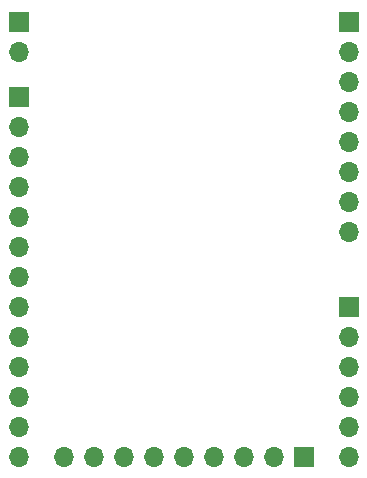
<source format=gbr>
G04 #@! TF.GenerationSoftware,KiCad,Pcbnew,(5.1.10-1-10_14)*
G04 #@! TF.CreationDate,2021-12-12T21:17:35+11:00*
G04 #@! TF.ProjectId,STM32L1_Breakout,53544d33-324c-4315-9f42-7265616b6f75,rev?*
G04 #@! TF.SameCoordinates,Original*
G04 #@! TF.FileFunction,Soldermask,Bot*
G04 #@! TF.FilePolarity,Negative*
%FSLAX46Y46*%
G04 Gerber Fmt 4.6, Leading zero omitted, Abs format (unit mm)*
G04 Created by KiCad (PCBNEW (5.1.10-1-10_14)) date 2021-12-12 21:17:35*
%MOMM*%
%LPD*%
G01*
G04 APERTURE LIST*
%ADD10O,1.700000X1.700000*%
%ADD11R,1.700000X1.700000*%
G04 APERTURE END LIST*
D10*
X105410000Y-66040000D03*
X105410000Y-63500000D03*
X105410000Y-60960000D03*
X105410000Y-58420000D03*
X105410000Y-55880000D03*
X105410000Y-53340000D03*
X105410000Y-50800000D03*
D11*
X105410000Y-48260000D03*
D10*
X105410000Y-85090000D03*
X105410000Y-82550000D03*
X105410000Y-80010000D03*
X105410000Y-77470000D03*
X105410000Y-74930000D03*
D11*
X105410000Y-72390000D03*
D10*
X77470000Y-85090000D03*
X77470000Y-82550000D03*
X77470000Y-80010000D03*
X77470000Y-77470000D03*
X77470000Y-74930000D03*
X77470000Y-72390000D03*
X77470000Y-69850000D03*
X77470000Y-67310000D03*
X77470000Y-64770000D03*
X77470000Y-62230000D03*
X77470000Y-59690000D03*
X77470000Y-57150000D03*
D11*
X77470000Y-54610000D03*
D10*
X81280000Y-85090000D03*
X83820000Y-85090000D03*
X86360000Y-85090000D03*
X88900000Y-85090000D03*
X91440000Y-85090000D03*
X93980000Y-85090000D03*
X96520000Y-85090000D03*
X99060000Y-85090000D03*
D11*
X101600000Y-85090000D03*
D10*
X77470000Y-50800000D03*
D11*
X77470000Y-48260000D03*
M02*

</source>
